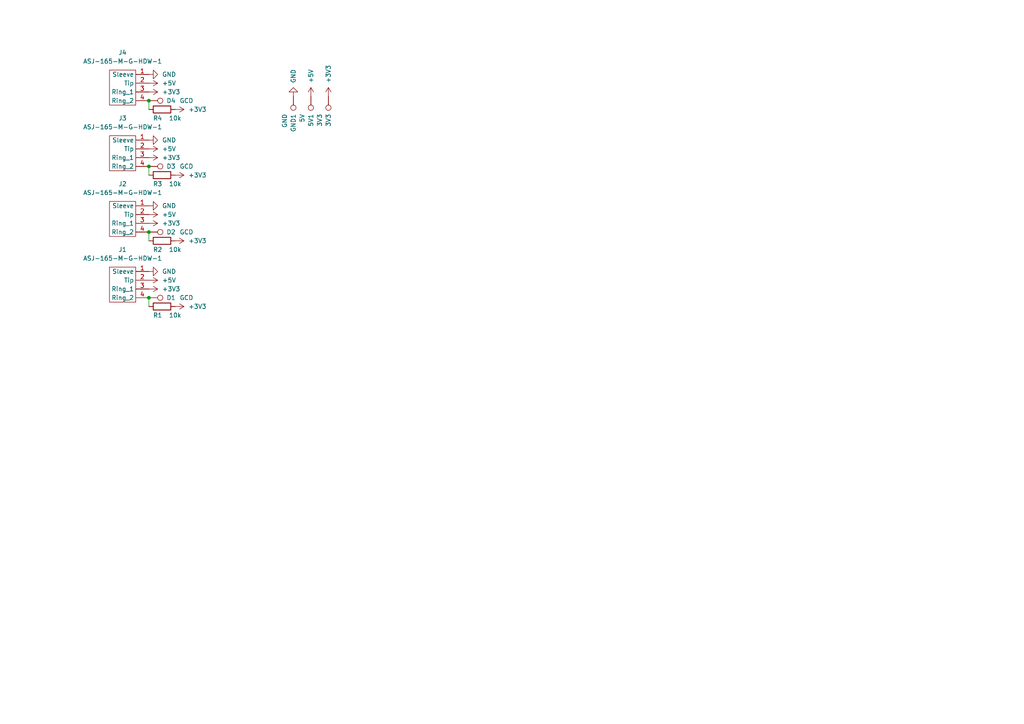
<source format=kicad_sch>
(kicad_sch (version 20211123) (generator eeschema)
  (paper "A4")
  (lib_symbols
    (symbol "ASJ-165-M-G-HDW-1_1"
      (property "Reference" "J" (at -3.81 6.35 0))
      (property "Value" "ASJ-165-M-G-HDW-1_1" (at 0.635 -6.35 0))
      (symbol "ASJ-165-M-G-HDW-1_1_0_1"
        (rectangle (start -3.81 5.08) (end 3.81 -5.08))
      )
      (symbol "ASJ-165-M-G-HDW-1_1_1_1"
        (pin passive line (at 7.62 3.81 180) (length 3.81) (name "Sleeve") (number "1"))
        (pin passive line (at 7.62 1.27 180) (length 3.81) (name "Tip") (number "2"))
        (pin passive line (at 7.62 -1.27 180) (length 3.81) (name "Ring_1") (number "3"))
        (pin passive line (at 7.62 -3.81 180) (length 3.81) (name "Ring_2") (number "4"))
      )
    )
    (symbol "Connector:TestPoint" (pin_numbers hide) (pin_names (offset 0.762) hide)
      (property "Reference" "TP" (at 0 6.858 0))
      (property "Value" "TestPoint" (at 0 5.08 0))
      (symbol "TestPoint_0_1"
        (circle (center 0 3.302) (radius 0.762))
      )
      (symbol "TestPoint_1_1"
        (pin passive line (at 0 0 90) (length 2.54) (name "1") (number "1"))
      )
    )
    (symbol "Device:R" (pin_numbers hide) (pin_names (offset 0))
      (property "Reference" "R" (at 2.032 0 90))
      (property "Value" "R" (at 0 0 90))
      (symbol "R_0_1"
        (rectangle (start -1.016 -2.54) (end 1.016 2.54) (stroke (width 0.254)))
      )
      (symbol "R_1_1"
        (pin passive line (at 0 3.81 270) (length 1.27) (name "~") (number "1"))
        (pin passive line (at 0 -3.81 90) (length 1.27) (name "~") (number "2"))
      )
    )
    (symbol "power:+3V3" (power) (pin_names (offset 0))
      (property "Value" "+3V3" (at 0 3.556 0))
      (symbol "+3V3_0_1"
        (polyline (pts (xy -0.762 1.27) (xy 0 2.54)))
        (polyline (pts (xy 0 0) (xy 0 2.54)))
        (polyline (pts (xy 0 2.54) (xy 0.762 1.27)))
      )
      (symbol "+3V3_1_1"
        (pin power_in line (at 0 0 90) (length 0) hide (name "+3V3") (number "1"))
      )
    )
    (symbol "power:+5V" (power) (pin_names (offset 0))
      (property "Value" "+5V" (at 0 3.556 0))
      (symbol "+5V_0_1"
        (polyline (pts (xy -0.762 1.27) (xy 0 2.54)))
        (polyline (pts (xy 0 0) (xy 0 2.54)))
        (polyline (pts (xy 0 2.54) (xy 0.762 1.27)))
      )
      (symbol "+5V_1_1"
        (pin power_in line (at 0 0 90) (length 0) hide (name "+5V") (number "1"))
      )
    )
    (symbol "power:GND" (power) (pin_names (offset 0))
      (property "Value" "GND" (at 0 -3.81 0))
      (symbol "GND_0_1"
        (polyline (pts (xy 0 0) (xy 0 -1.27) (xy 1.27 -1.27) (xy 0 -2.54) (xy -1.27 -1.27) (xy 0 -1.27)))
      )
      (symbol "GND_1_1"
        (pin power_in line (at 0 0 270) (length 0) hide (name "GND") (number "1"))
      )
    )
  )
  (junction (at 43.18 86.36))
  (junction (at 43.18 67.31))
  (junction (at 43.18 48.26))
  (junction (at 43.18 29.21))
  (wire (pts (xy 43.18 67.31) (xy 43.18 69.85)))
  (wire (pts (xy 43.18 29.21) (xy 43.18 31.75)))
  (wire (pts (xy 43.18 48.26) (xy 43.18 50.8)))
  (wire (pts (xy 43.18 86.36) (xy 43.18 88.9)))
  (symbol (lib_id "power:+5V") (at 43.18 43.18 270) (unit 1)
    (property "Reference" "#PWR05" (effects hide))
    (property "Value" "+5V" (at 46.99 43.1799 90) (effects (justify left)))
  )
  (symbol (lib_id "power:+5V") (at 43.18 24.13 270) (unit 1)
    (property "Reference" "#PWR02" (effects hide))
    (property "Value" "+5V" (at 46.99 24.1299 90) (effects (justify left)))
  )
  (symbol (lib_id "Connector:TestPoint") (at 43.18 67.31 270) (unit 1)
    (property "Reference" "D2" (at 48.26 67.31 90) (effects (justify left)))
    (property "Value" "GCD" (at 52.07 67.31 90) (effects (justify left)))
    (property "Footprint" "TestPoint:TestPoint_Pad_D1.5mm" (effects hide))
  )
  (symbol (lib_id "power:GND") (at 43.18 21.59 90) (unit 1)
    (property "Reference" "#PWR01" (effects hide))
    (property "Value" "GND" (at 46.99 21.5899 90) (effects (justify right)))
  )
  (symbol (lib_name "ASJ-165-M-G-HDW-1_1") (lib_id "New_Library:ASJ-165-M-G-HDW-1") (at 35.56 82.55 0) (unit 1)
    (property "Reference" "J1" (at 35.56 72.39 0))
    (property "Value" "ASJ-165-M-G-HDW-1" (at 35.56 74.93 0))
    (property "Footprint" "Library:ASJ-165-M-G-HDW-1" (effects hide))
  )
  (symbol (lib_id "power:+3V3") (at 43.18 83.82 270) (unit 1)
    (property "Reference" "#PWR012" (effects hide))
    (property "Value" "+3V3" (at 46.99 83.8199 90) (effects (justify left)))
  )
  (symbol (lib_id "power:GND") (at 85.09 27.94 180) (unit 1)
    (property "Reference" "#PWR0102" (effects hide))
    (property "Value" "GND" (at 85.0899 24.13 90) (effects (justify right)))
  )
  (symbol (lib_id "power:+3V3") (at 43.18 45.72 270) (unit 1)
    (property "Reference" "#PWR06" (effects hide))
    (property "Value" "+3V3" (at 46.99 45.7199 90) (effects (justify left)))
  )
  (symbol (lib_id "power:+3V3") (at 43.18 26.67 270) (unit 1)
    (property "Reference" "#PWR03" (effects hide))
    (property "Value" "+3V3" (at 46.99 26.6699 90) (effects (justify left)))
  )
  (symbol (lib_id "Connector:TestPoint") (at 43.18 86.36 270) (unit 1)
    (property "Reference" "D1" (at 48.26 86.36 90) (effects (justify left)))
    (property "Value" "GCD" (at 52.07 86.36 90) (effects (justify left)))
    (property "Footprint" "TestPoint:TestPoint_Pad_D1.5mm" (effects hide))
  )
  (symbol (lib_id "Device:R") (at 46.99 50.8 90) (unit 1)
    (property "Reference" "R3" (at 45.72 53.34 90))
    (property "Value" "10k" (at 50.8 53.34 90))
    (property "Footprint" "Resistor_SMD:R_0603_1608Metric" (effects hide))
  )
  (symbol (lib_id "power:+5V") (at 43.18 62.23 270) (unit 1)
    (property "Reference" "#PWR08" (effects hide))
    (property "Value" "+5V" (at 46.99 62.2299 90) (effects (justify left)))
  )
  (symbol (lib_id "Device:R") (at 46.99 69.85 90) (unit 1)
    (property "Reference" "R2" (at 45.72 72.39 90))
    (property "Value" "10k" (at 50.8 72.39 90))
    (property "Footprint" "Resistor_SMD:R_0603_1608Metric" (effects hide))
  )
  (symbol (lib_id "Connector:TestPoint") (at 90.17 27.94 180) (unit 1)
    (property "Reference" "5V1" (at 90.17 33.02 90) (effects (justify left)))
    (property "Value" "5V" (at 87.63 33.02 90) (effects (justify left)))
    (property "Footprint" "TestPoint:TestPoint_Pad_D1.5mm" (effects hide))
  )
  (symbol (lib_id "Connector:TestPoint") (at 43.18 29.21 270) (unit 1)
    (property "Reference" "D4" (at 48.26 29.21 90) (effects (justify left)))
    (property "Value" "GCD" (at 52.07 29.21 90) (effects (justify left)))
    (property "Footprint" "TestPoint:TestPoint_Pad_D1.5mm" (effects hide))
  )
  (symbol (lib_name "ASJ-165-M-G-HDW-1_1") (lib_id "New_Library:ASJ-165-M-G-HDW-1") (at 35.56 25.4 0) (unit 1)
    (property "Reference" "J4" (at 35.56 15.24 0))
    (property "Value" "ASJ-165-M-G-HDW-1" (at 35.56 17.78 0))
    (property "Footprint" "Library:ASJ-165-M-G-HDW-1" (effects hide))
  )
  (symbol (lib_id "power:GND") (at 43.18 40.64 90) (unit 1)
    (property "Reference" "#PWR04" (effects hide))
    (property "Value" "GND" (at 46.99 40.6399 90) (effects (justify right)))
  )
  (symbol (lib_id "power:+3V3") (at 50.8 88.9 270) (unit 1)
    (property "Reference" "#PWR0105" (effects hide))
    (property "Value" "+3V3" (at 54.61 88.8999 90) (effects (justify left)))
  )
  (symbol (lib_id "power:+3V3") (at 95.25 27.94 0) (unit 1)
    (property "Reference" "#PWR0103" (effects hide))
    (property "Value" "+3V3" (at 95.2499 24.13 90) (effects (justify left)))
  )
  (symbol (lib_id "Connector:TestPoint") (at 85.09 27.94 180) (unit 1)
    (property "Reference" "GND1" (at 85.09 33.02 90) (effects (justify left)))
    (property "Value" "GND" (at 82.55 33.02 90) (effects (justify left)))
    (property "Footprint" "TestPoint:TestPoint_Pad_D1.5mm" (effects hide))
  )
  (symbol (lib_name "ASJ-165-M-G-HDW-1_1") (lib_id "New_Library:ASJ-165-M-G-HDW-1") (at 35.56 44.45 0) (unit 1)
    (property "Reference" "J3" (at 35.56 34.29 0))
    (property "Value" "ASJ-165-M-G-HDW-1" (at 35.56 36.83 0))
    (property "Footprint" "Library:ASJ-165-M-G-HDW-1" (effects hide))
  )
  (symbol (lib_id "power:GND") (at 43.18 59.69 90) (unit 1)
    (property "Reference" "#PWR07" (effects hide))
    (property "Value" "GND" (at 46.99 59.6899 90) (effects (justify right)))
  )
  (symbol (lib_id "power:+3V3") (at 50.8 50.8 270) (unit 1)
    (property "Reference" "#PWR0107" (effects hide))
    (property "Value" "+3V3" (at 54.61 50.7999 90) (effects (justify left)))
  )
  (symbol (lib_id "Connector:TestPoint") (at 95.25 27.94 180) (unit 1)
    (property "Reference" "3V3" (at 95.25 33.02 90) (effects (justify left)))
    (property "Value" "3V3" (at 92.71 33.02 90) (effects (justify left)))
    (property "Footprint" "TestPoint:TestPoint_Pad_D1.5mm" (effects hide))
  )
  (symbol (lib_id "power:+3V3") (at 43.18 64.77 270) (unit 1)
    (property "Reference" "#PWR09" (effects hide))
    (property "Value" "+3V3" (at 46.99 64.7699 90) (effects (justify left)))
  )
  (symbol (lib_name "ASJ-165-M-G-HDW-1_1") (lib_id "New_Library:ASJ-165-M-G-HDW-1") (at 35.56 63.5 0) (unit 1)
    (property "Reference" "J2" (at 35.56 53.34 0))
    (property "Value" "ASJ-165-M-G-HDW-1" (at 35.56 55.88 0))
    (property "Footprint" "Library:ASJ-165-M-G-HDW-1" (effects hide))
  )
  (symbol (lib_id "Device:R") (at 46.99 88.9 90) (unit 1)
    (property "Reference" "R1" (at 45.72 91.44 90))
    (property "Value" "10k" (at 50.8 91.44 90))
    (property "Footprint" "Resistor_SMD:R_0603_1608Metric" (effects hide))
  )
  (symbol (lib_id "power:+5V") (at 43.18 81.28 270) (unit 1)
    (property "Reference" "#PWR011" (effects hide))
    (property "Value" "+5V" (at 46.99 81.2799 90) (effects (justify left)))
  )
  (symbol (lib_id "Device:R") (at 46.99 31.75 90) (unit 1)
    (property "Reference" "R4" (at 45.72 34.29 90))
    (property "Value" "10k" (at 50.8 34.29 90))
    (property "Footprint" "Resistor_SMD:R_0603_1608Metric" (effects hide))
  )
  (symbol (lib_id "Connector:TestPoint") (at 43.18 48.26 270) (unit 1)
    (property "Reference" "D3" (at 48.26 48.26 90) (effects (justify left)))
    (property "Value" "GCD" (at 52.07 48.26 90) (effects (justify left)))
    (property "Footprint" "TestPoint:TestPoint_Pad_D1.5mm" (effects hide))
  )
  (symbol (lib_id "power:+3V3") (at 50.8 31.75 270) (unit 1)
    (property "Reference" "#PWR0106" (effects hide))
    (property "Value" "+3V3" (at 54.61 31.7499 90) (effects (justify left)))
  )
  (symbol (lib_id "power:+5V") (at 90.17 27.94 0) (unit 1)
    (property "Reference" "#PWR0101" (effects hide))
    (property "Value" "+5V" (at 90.1699 24.13 90) (effects (justify left)))
  )
  (symbol (lib_id "power:GND") (at 43.18 78.74 90) (unit 1)
    (property "Reference" "#PWR010" (effects hide))
    (property "Value" "GND" (at 46.99 78.7399 90) (effects (justify right)))
  )
  (symbol (lib_id "power:+3V3") (at 50.8 69.85 270) (unit 1)
    (property "Reference" "#PWR0104" (effects hide))
    (property "Value" "+3V3" (at 54.61 69.8499 90) (effects (justify left)))
  )
)
</source>
